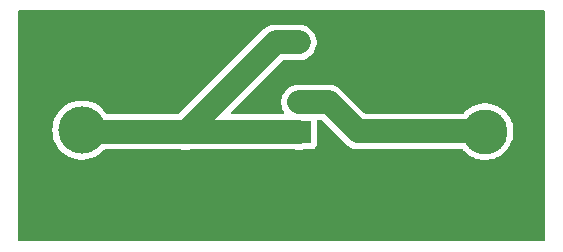
<source format=gbr>
%TF.GenerationSoftware,KiCad,Pcbnew,8.0.5*%
%TF.CreationDate,2024-09-19T19:13:46+09:00*%
%TF.ProjectId,led_supply,6c65645f-7375-4707-906c-792e6b696361,rev?*%
%TF.SameCoordinates,Original*%
%TF.FileFunction,Copper,L2,Bot*%
%TF.FilePolarity,Positive*%
%FSLAX46Y46*%
G04 Gerber Fmt 4.6, Leading zero omitted, Abs format (unit mm)*
G04 Created by KiCad (PCBNEW 8.0.5) date 2024-09-19 19:13:46*
%MOMM*%
%LPD*%
G01*
G04 APERTURE LIST*
%TA.AperFunction,ComponentPad*%
%ADD10R,2.000000X1.905000*%
%TD*%
%TA.AperFunction,ComponentPad*%
%ADD11O,2.000000X1.905000*%
%TD*%
%TA.AperFunction,ComponentPad*%
%ADD12R,3.800000X3.800000*%
%TD*%
%TA.AperFunction,ComponentPad*%
%ADD13C,3.800000*%
%TD*%
%TA.AperFunction,ComponentPad*%
%ADD14C,4.000000*%
%TD*%
%TA.AperFunction,ComponentPad*%
%ADD15C,1.600000*%
%TD*%
%TA.AperFunction,Conductor*%
%ADD16C,2.000000*%
%TD*%
%TA.AperFunction,Conductor*%
%ADD17C,0.800000*%
%TD*%
G04 APERTURE END LIST*
D10*
%TO.P,U1,1,Vin*%
%TO.N,Net-(J1-Pin_2)*%
X134620000Y-88900000D03*
D11*
%TO.P,U1,2,Vout*%
%TO.N,Net-(J2-Pin_2)*%
X134620000Y-86360000D03*
%TO.P,U1,3,GND*%
%TO.N,GND*%
X134620000Y-83820000D03*
%TO.P,U1,4,Control*%
%TO.N,Net-(J1-Pin_2)*%
X134620000Y-81280000D03*
%TD*%
D12*
%TO.P,J2,1,Pin_1*%
%TO.N,GND*%
X150380000Y-83840000D03*
D13*
%TO.P,J2,2,Pin_2*%
%TO.N,Net-(J2-Pin_2)*%
X150380000Y-88840000D03*
%TD*%
D12*
%TO.P,J1,1,Pin_1*%
%TO.N,GND*%
X116250000Y-83730000D03*
D14*
%TO.P,J1,2,Pin_2*%
%TO.N,Net-(J1-Pin_2)*%
X116250000Y-88730000D03*
%TD*%
D15*
%TO.P,C2,1*%
%TO.N,Net-(J2-Pin_2)*%
X141960000Y-88820000D03*
%TO.P,C2,2*%
%TO.N,GND*%
X141960000Y-83820000D03*
%TD*%
%TO.P,C1,1*%
%TO.N,Net-(J1-Pin_2)*%
X123610000Y-88840000D03*
%TO.P,C1,2*%
%TO.N,GND*%
X123610000Y-83840000D03*
%TD*%
D16*
%TO.N,Net-(J2-Pin_2)*%
X150360000Y-88820000D02*
X139710000Y-88820000D01*
X150380000Y-88840000D02*
X150360000Y-88820000D01*
%TO.N,Net-(J1-Pin_2)*%
X116360000Y-88840000D02*
X116250000Y-88730000D01*
X134560000Y-88840000D02*
X116360000Y-88840000D01*
X134620000Y-88900000D02*
X134560000Y-88840000D01*
%TO.N,Net-(J2-Pin_2)*%
X137130000Y-86360000D02*
X134620000Y-86360000D01*
X139590000Y-88820000D02*
X137130000Y-86360000D01*
%TO.N,Net-(J1-Pin_2)*%
X132650000Y-81280000D02*
X134620000Y-81280000D01*
X125030000Y-88900000D02*
X132650000Y-81280000D01*
X125010000Y-88900000D02*
X125030000Y-88900000D01*
D17*
X128630000Y-88900000D02*
X128590000Y-88860000D01*
%TD*%
%TA.AperFunction,Conductor*%
%TO.N,GND*%
G36*
X155382539Y-78590185D02*
G01*
X155428294Y-78642989D01*
X155439500Y-78694500D01*
X155439500Y-98005500D01*
X155419815Y-98072539D01*
X155367011Y-98118294D01*
X155315500Y-98129500D01*
X110974500Y-98129500D01*
X110907461Y-98109815D01*
X110861706Y-98057011D01*
X110850500Y-98005500D01*
X110850500Y-88729994D01*
X113744556Y-88729994D01*
X113744556Y-88730005D01*
X113764310Y-89044004D01*
X113764311Y-89044011D01*
X113823270Y-89353083D01*
X113920497Y-89652316D01*
X113920499Y-89652321D01*
X114054461Y-89937003D01*
X114054464Y-89937009D01*
X114223051Y-90202661D01*
X114223054Y-90202665D01*
X114423606Y-90445090D01*
X114423608Y-90445092D01*
X114652968Y-90660476D01*
X114652978Y-90660484D01*
X114907504Y-90845408D01*
X114907509Y-90845410D01*
X114907516Y-90845416D01*
X115183234Y-90996994D01*
X115183239Y-90996996D01*
X115183241Y-90996997D01*
X115183242Y-90996998D01*
X115475771Y-91112818D01*
X115475774Y-91112819D01*
X115780523Y-91191065D01*
X115780527Y-91191066D01*
X115846010Y-91199338D01*
X116092670Y-91230499D01*
X116092679Y-91230499D01*
X116092682Y-91230500D01*
X116092684Y-91230500D01*
X116407316Y-91230500D01*
X116407318Y-91230500D01*
X116407321Y-91230499D01*
X116407329Y-91230499D01*
X116593593Y-91206968D01*
X116719473Y-91191066D01*
X117024225Y-91112819D01*
X117024228Y-91112818D01*
X117316757Y-90996998D01*
X117316758Y-90996997D01*
X117316756Y-90996997D01*
X117316766Y-90996994D01*
X117592484Y-90845416D01*
X117847030Y-90660478D01*
X118076390Y-90445094D01*
X118125725Y-90385458D01*
X118183624Y-90346352D01*
X118221268Y-90340500D01*
X124568042Y-90340500D01*
X124606360Y-90346569D01*
X124658631Y-90363553D01*
X124891903Y-90400500D01*
X124891908Y-90400500D01*
X125148097Y-90400500D01*
X125381368Y-90363553D01*
X125433640Y-90346569D01*
X125471958Y-90340500D01*
X133473814Y-90340500D01*
X133504667Y-90346066D01*
X133504965Y-90344807D01*
X133512508Y-90346589D01*
X133512513Y-90346589D01*
X133512517Y-90346591D01*
X133572127Y-90353000D01*
X134216512Y-90352999D01*
X134254831Y-90359068D01*
X134268632Y-90363553D01*
X134385270Y-90382026D01*
X134501903Y-90400500D01*
X134501908Y-90400500D01*
X134738097Y-90400500D01*
X134844127Y-90383705D01*
X134971369Y-90363553D01*
X134985169Y-90359068D01*
X135023489Y-90352999D01*
X135667871Y-90352999D01*
X135667872Y-90352999D01*
X135727483Y-90346591D01*
X135862331Y-90296296D01*
X135977546Y-90210046D01*
X136063796Y-90094831D01*
X136114091Y-89959983D01*
X136120500Y-89900373D01*
X136120500Y-88908691D01*
X136120500Y-88781908D01*
X136120500Y-88774313D01*
X136120499Y-88774295D01*
X136120499Y-87984500D01*
X136140184Y-87917461D01*
X136192988Y-87871706D01*
X136244499Y-87860500D01*
X136457111Y-87860500D01*
X136524150Y-87880185D01*
X136544792Y-87896819D01*
X138612490Y-89964517D01*
X138803566Y-90103343D01*
X139014008Y-90210568D01*
X139014010Y-90210569D01*
X139126319Y-90247060D01*
X139238631Y-90283552D01*
X139346673Y-90300663D01*
X139471903Y-90320499D01*
X139471908Y-90320499D01*
X139586773Y-90320499D01*
X139586797Y-90320500D01*
X139591908Y-90320500D01*
X148430971Y-90320500D01*
X148498010Y-90340185D01*
X148526515Y-90365460D01*
X148626649Y-90486502D01*
X148846836Y-90693272D01*
X148846846Y-90693280D01*
X149091193Y-90870808D01*
X149091198Y-90870810D01*
X149091205Y-90870816D01*
X149355896Y-91016332D01*
X149355901Y-91016334D01*
X149355903Y-91016335D01*
X149355904Y-91016336D01*
X149636734Y-91127524D01*
X149636737Y-91127525D01*
X149734259Y-91152564D01*
X149929302Y-91202642D01*
X150076039Y-91221179D01*
X150228963Y-91240499D01*
X150228969Y-91240499D01*
X150228973Y-91240500D01*
X150228975Y-91240500D01*
X150531025Y-91240500D01*
X150531027Y-91240500D01*
X150531032Y-91240499D01*
X150531036Y-91240499D01*
X150610591Y-91230448D01*
X150830698Y-91202642D01*
X151123262Y-91127525D01*
X151123265Y-91127524D01*
X151404095Y-91016336D01*
X151404096Y-91016335D01*
X151404094Y-91016335D01*
X151404104Y-91016332D01*
X151668795Y-90870816D01*
X151913162Y-90693274D01*
X152133349Y-90486504D01*
X152325885Y-90253768D01*
X152487733Y-89998736D01*
X152616341Y-89725430D01*
X152709681Y-89438160D01*
X152766280Y-89141457D01*
X152772411Y-89044011D01*
X152785246Y-88840005D01*
X152785246Y-88839994D01*
X152766281Y-88538553D01*
X152766280Y-88538546D01*
X152766280Y-88538543D01*
X152709681Y-88241840D01*
X152616341Y-87954570D01*
X152589165Y-87896819D01*
X152487734Y-87681267D01*
X152487733Y-87681264D01*
X152387293Y-87522996D01*
X152325888Y-87426236D01*
X152254134Y-87339500D01*
X152133349Y-87193496D01*
X151913162Y-86986726D01*
X151913159Y-86986724D01*
X151913153Y-86986719D01*
X151668806Y-86809191D01*
X151668799Y-86809186D01*
X151668795Y-86809184D01*
X151404104Y-86663668D01*
X151404101Y-86663666D01*
X151404096Y-86663664D01*
X151404095Y-86663663D01*
X151123265Y-86552475D01*
X151123262Y-86552474D01*
X150830695Y-86477357D01*
X150531036Y-86439500D01*
X150531027Y-86439500D01*
X150228973Y-86439500D01*
X150228963Y-86439500D01*
X149929304Y-86477357D01*
X149636737Y-86552474D01*
X149636734Y-86552475D01*
X149355904Y-86663663D01*
X149355903Y-86663664D01*
X149091205Y-86809184D01*
X149091193Y-86809191D01*
X148846846Y-86986719D01*
X148846836Y-86986727D01*
X148626649Y-87193497D01*
X148626647Y-87193499D01*
X148559604Y-87274541D01*
X148501705Y-87313648D01*
X148464061Y-87319500D01*
X140262889Y-87319500D01*
X140195850Y-87299815D01*
X140175208Y-87283181D01*
X138107511Y-85215484D01*
X137916434Y-85076657D01*
X137705996Y-84969433D01*
X137481368Y-84896446D01*
X137248097Y-84859500D01*
X137248092Y-84859500D01*
X134501908Y-84859500D01*
X134501903Y-84859500D01*
X134268631Y-84896446D01*
X134044003Y-84969433D01*
X133833566Y-85076657D01*
X133724550Y-85155862D01*
X133642490Y-85215483D01*
X133642488Y-85215485D01*
X133642487Y-85215485D01*
X133475485Y-85382487D01*
X133475485Y-85382488D01*
X133475483Y-85382490D01*
X133415862Y-85464550D01*
X133336657Y-85573566D01*
X133229433Y-85784003D01*
X133156446Y-86008631D01*
X133119500Y-86241902D01*
X133119500Y-86478097D01*
X133156446Y-86711368D01*
X133229433Y-86935996D01*
X133336661Y-87146441D01*
X133339203Y-87150589D01*
X133337214Y-87151807D01*
X133357375Y-87208662D01*
X133341418Y-87276685D01*
X133291217Y-87325282D01*
X133233564Y-87339500D01*
X129011889Y-87339500D01*
X128944850Y-87319815D01*
X128899095Y-87267011D01*
X128889151Y-87197853D01*
X128918176Y-87134297D01*
X128924208Y-87127819D01*
X133235208Y-82816819D01*
X133296531Y-82783334D01*
X133322889Y-82780500D01*
X134738097Y-82780500D01*
X134971368Y-82743553D01*
X135195992Y-82670568D01*
X135406433Y-82563343D01*
X135597510Y-82424517D01*
X135764517Y-82257510D01*
X135903343Y-82066433D01*
X136010568Y-81855992D01*
X136083553Y-81631368D01*
X136120500Y-81398097D01*
X136120500Y-81161902D01*
X136083553Y-80928631D01*
X136010566Y-80704003D01*
X135903342Y-80493566D01*
X135764517Y-80302490D01*
X135597510Y-80135483D01*
X135406433Y-79996657D01*
X135195996Y-79889433D01*
X134971368Y-79816446D01*
X134738097Y-79779500D01*
X134738092Y-79779500D01*
X132531908Y-79779500D01*
X132531903Y-79779500D01*
X132298631Y-79816446D01*
X132074003Y-79889433D01*
X131863565Y-79996657D01*
X131672488Y-80135484D01*
X131672487Y-80135485D01*
X124504792Y-87303181D01*
X124443469Y-87336666D01*
X124417111Y-87339500D01*
X118397259Y-87339500D01*
X118330220Y-87319815D01*
X118292562Y-87281942D01*
X118276948Y-87257337D01*
X118276945Y-87257334D01*
X118076393Y-87014909D01*
X118076391Y-87014907D01*
X117847031Y-86799523D01*
X117847021Y-86799515D01*
X117592495Y-86614591D01*
X117592488Y-86614586D01*
X117592484Y-86614584D01*
X117316766Y-86463006D01*
X117316763Y-86463004D01*
X117316758Y-86463002D01*
X117316757Y-86463001D01*
X117024228Y-86347181D01*
X117024225Y-86347180D01*
X116719476Y-86268934D01*
X116719463Y-86268932D01*
X116407329Y-86229500D01*
X116407318Y-86229500D01*
X116092682Y-86229500D01*
X116092670Y-86229500D01*
X115780536Y-86268932D01*
X115780523Y-86268934D01*
X115475774Y-86347180D01*
X115475771Y-86347181D01*
X115183242Y-86463001D01*
X115183241Y-86463002D01*
X114907516Y-86614584D01*
X114907504Y-86614591D01*
X114652978Y-86799515D01*
X114652968Y-86799523D01*
X114423608Y-87014907D01*
X114423606Y-87014909D01*
X114223054Y-87257334D01*
X114223051Y-87257338D01*
X114054464Y-87522990D01*
X114054461Y-87522996D01*
X113920499Y-87807678D01*
X113920497Y-87807683D01*
X113823270Y-88106916D01*
X113764311Y-88415988D01*
X113764310Y-88415995D01*
X113744556Y-88729994D01*
X110850500Y-88729994D01*
X110850500Y-78694500D01*
X110870185Y-78627461D01*
X110922989Y-78581706D01*
X110974500Y-78570500D01*
X155315500Y-78570500D01*
X155382539Y-78590185D01*
G37*
%TD.AperFunction*%
%TD*%
M02*

</source>
